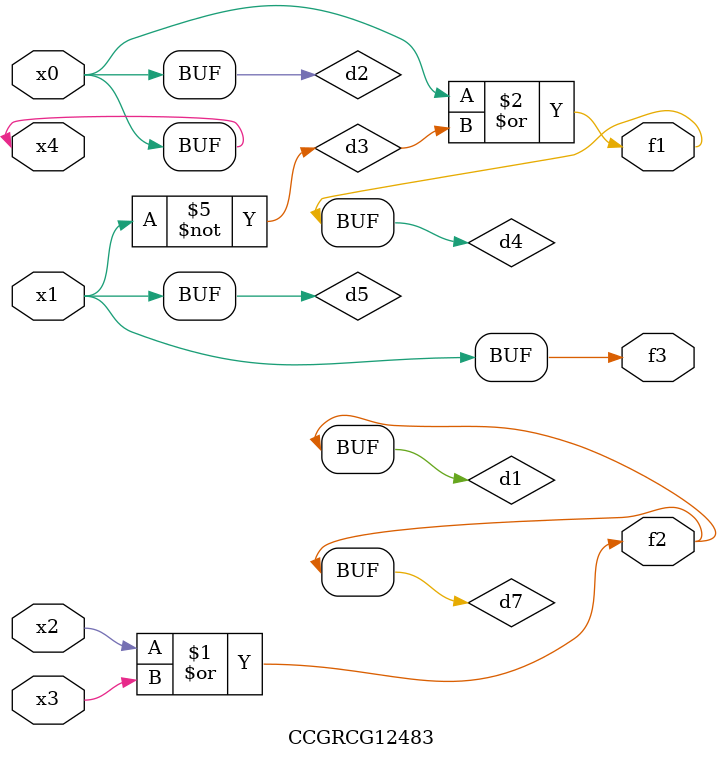
<source format=v>
module CCGRCG12483(
	input x0, x1, x2, x3, x4,
	output f1, f2, f3
);

	wire d1, d2, d3, d4, d5, d6, d7;

	or (d1, x2, x3);
	buf (d2, x0, x4);
	not (d3, x1);
	or (d4, d2, d3);
	not (d5, d3);
	nand (d6, d1, d3);
	or (d7, d1);
	assign f1 = d4;
	assign f2 = d7;
	assign f3 = d5;
endmodule

</source>
